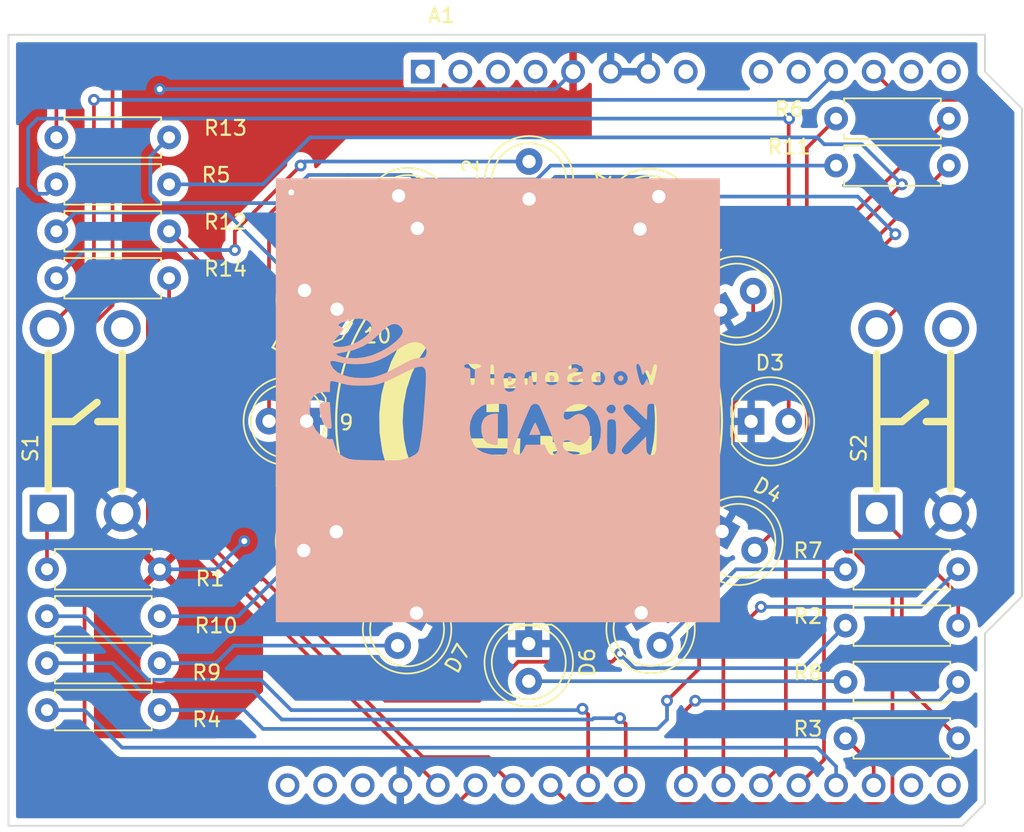
<source format=kicad_pcb>
(kicad_pcb (version 20211014) (generator pcbnew)
  (layers (0 "F.Cu" signal) (31 "B.Cu" signal) (34 "B.Paste" user) (35 "F.Paste" user) (36 "B.SilkS" user "B.Silkscreen") (37 "F.SilkS" user "F.Silkscreen") (38 "B.Mask" user) (39 "F.Mask" user) (44 "Edge.Cuts" user))
  (net 0 "")
  (net 5 "+5V")
  (net 6 "GND")
  (net 10 "A2")
  (net 11 "A3")
  (net 16 "S01")
  (net 17 "S02")
  (net 18 "S03")
  (net 19 "S04")
  (net 20 "S05")
  (net 21 "S06")
  (net 22 "S07")
  (net 23 "S08")
  (net 24 "S09")
  (net 25 "S10")
  (net 26 "S11")
  (net 27 "S12")
  (net 31 "Net-(D1-Pad2)")
  (net 32 "Net-(D2-Pad2)")
  (net 33 "Net-(D3-Pad2)")
  (net 34 "Net-(D4-Pad2)")
  (net 35 "Net-(D5-Pad2)")
  (net 36 "Net-(D6-Pad2)")
  (net 37 "Net-(D7-Pad2)")
  (net 38 "Net-(D8-Pad2)")
  (net 39 "Net-(D9-Pad2)")
  (net 40 "Net-(D10-Pad2)")
  (net 41 "Net-(D11-Pad2)")
  (net 42 "Net-(D12-Pad2)")
  (net 43 "Net-(R1-Pad2)")
  (net 44 "Net-(R2-Pad2)")
  (footprint "Module:Arduino_UNO_R3" (layer "F.Cu") (at 170.815 32.385)
    (fp_text reference "A1" (at 1.27 -3.81 180) (layer "F.SilkS"))
    (fp_text value "Arduino_UNO_R3")
    (fp_line (start 40.5 2.5) (end 40.5 35.5) (layer "Edge.Cuts") (width 0.12))
    (fp_line (start 38 49.5) (end 36.5 51) (layer "Edge.Cuts") (width 0.12))
    (fp_line (start 38 -2.5) (end 38 0) (layer "Edge.Cuts") (width 0.12))
    (fp_line (start -28 51) (end -28 1.5) (layer "Edge.Cuts") (width 0.12))
    (fp_line (start 40.5 35.5) (end 38 38) (layer "Edge.Cuts") (width 0.12))
    (fp_line (start -28 -2.5) (end -28 1.5) (layer "Edge.Cuts") (width 0.12))
    (fp_line (start 36.5 51) (end -28 51) (layer "Edge.Cuts") (width 0.12))
    (fp_line (start 38 38) (end 38 49.5) (layer "Edge.Cuts") (width 0.12))
    (fp_line (start 38 0) (end 40.5 2.5) (layer "Edge.Cuts") (width 0.12))
    (fp_line (start 38 -2.5) (end -28 -2.5) (layer "Edge.Cuts") (width 0.12))
    (pad "1" thru_hole rect (at 0 0 90) (size 1.6 1.6) (drill 1) (layers *.Cu *.Mask))
    (pad "2" thru_hole oval (at 2.54 0 90) (size 1.6 1.6) (drill 1) (layers *.Cu *.Mask))
    (pad "3" thru_hole oval (at 5.08 0 90) (size 1.6 1.6) (drill 1) (layers *.Cu *.Mask))
    (pad "4" thru_hole oval (at 7.62 0 90) (size 1.6 1.6) (drill 1) (layers *.Cu *.Mask))
    (pad "5" thru_hole oval (at 10.16 0 90) (size 1.6 1.6) (drill 1) (layers *.Cu *.Mask) (net 5 "+5V"))
    (pad "6" thru_hole oval (at 12.7 0 90) (size 1.6 1.6) (drill 1) (layers *.Cu *.Mask) (net 6 "GND"))
    (pad "7" thru_hole oval (at 15.24 0 90) (size 1.6 1.6) (drill 1) (layers *.Cu *.Mask) (net 6 "GND"))
    (pad "8" thru_hole oval (at 17.78 0 90) (size 1.6 1.6) (drill 1) (layers *.Cu *.Mask))
    (pad "9" thru_hole oval (at 22.86 0 90) (size 1.6 1.6) (drill 1) (layers *.Cu *.Mask))
    (pad "10" thru_hole oval (at 25.4 0 90) (size 1.6 1.6) (drill 1) (layers *.Cu *.Mask))
    (pad "11" thru_hole oval (at 27.94 0 90) (size 1.6 1.6) (drill 1) (layers *.Cu *.Mask) (net 10 "A2"))
    (pad "12" thru_hole oval (at 30.48 0 90) (size 1.6 1.6) (drill 1) (layers *.Cu *.Mask) (net 11 "A3"))
    (pad "13" thru_hole oval (at 33.02 0 90) (size 1.6 1.6) (drill 1) (layers *.Cu *.Mask))
    (pad "14" thru_hole oval (at 35.56 0 90) (size 1.6 1.6) (drill 1) (layers *.Cu *.Mask))
    (pad "15" thru_hole oval (at 35.56 48.26 90) (size 1.6 1.6) (drill 1) (layers *.Cu *.Mask))
    (pad "16" thru_hole oval (at 33.02 48.26 90) (size 1.6 1.6) (drill 1) (layers *.Cu *.Mask))
    (pad "17" thru_hole oval (at 30.48 48.26 90) (size 1.6 1.6) (drill 1) (layers *.Cu *.Mask) (net 16 "S01"))
    (pad "18" thru_hole oval (at 27.94 48.26 90) (size 1.6 1.6) (drill 1) (layers *.Cu *.Mask) (net 17 "S02"))
    (pad "19" thru_hole oval (at 25.4 48.26 90) (size 1.6 1.6) (drill 1) (layers *.Cu *.Mask) (net 18 "S03"))
    (pad "20" thru_hole oval (at 22.86 48.26 90) (size 1.6 1.6) (drill 1) (layers *.Cu *.Mask) (net 19 "S04"))
    (pad "21" thru_hole oval (at 20.32 48.26 90) (size 1.6 1.6) (drill 1) (layers *.Cu *.Mask) (net 20 "S05"))
    (pad "22" thru_hole oval (at 17.78 48.26 90) (size 1.6 1.6) (drill 1) (layers *.Cu *.Mask) (net 21 "S06"))
    (pad "23" thru_hole oval (at 13.72 48.26 90) (size 1.6 1.6) (drill 1) (layers *.Cu *.Mask) (net 22 "S07"))
    (pad "24" thru_hole oval (at 11.18 48.26 90) (size 1.6 1.6) (drill 1) (layers *.Cu *.Mask) (net 23 "S08"))
    (pad "25" thru_hole oval (at 8.64 48.26 90) (size 1.6 1.6) (drill 1) (layers *.Cu *.Mask) (net 24 "S09"))
    (pad "26" thru_hole oval (at 6.1 48.26 90) (size 1.6 1.6) (drill 1) (layers *.Cu *.Mask) (net 25 "S10"))
    (pad "27" thru_hole oval (at 3.56 48.26 90) (size 1.6 1.6) (drill 1) (layers *.Cu *.Mask) (net 26 "S11"))
    (pad "28" thru_hole oval (at 1.02 48.26 90) (size 1.6 1.6) (drill 1) (layers *.Cu *.Mask) (net 27 "S12"))
    (pad "29" thru_hole oval (at -1.52 48.26 90) (size 1.6 1.6) (drill 1) (layers *.Cu *.Mask) (net 6 "GND"))
    (pad "30" thru_hole oval (at -4.06 48.26 90) (size 1.6 1.6) (drill 1) (layers *.Cu *.Mask))
    (pad "31" thru_hole oval (at -6.6 48.26 90) (size 1.6 1.6) (drill 1) (layers *.Cu *.Mask))
    (pad "32" thru_hole oval (at -9.14 48.26 90) (size 1.6 1.6) (drill 1) (layers *.Cu *.Mask))
  )
  (footprint "Resistor_THT:R_Axial_DIN0207_L6.3mm_D2.5mm_P7.62mm_Horizontal" (layer "F.Cu") (at 153.035 72.39 180)
    (fp_text reference "R9" (at -3.175 -0.635) (layer "F.SilkS"))
    (fp_text value "300")
    (pad "1" thru_hole circle (at 0 0 180) (size 1.6 1.6) (drill 0.8) (layers *.Cu *.Mask) (net 37 "Net-(D7-Pad2)"))
    (pad "2" thru_hole oval (at 7.62 0 180) (size 1.6 1.6) (drill 0.8) (layers *.Cu *.Mask) (net 22 "S07"))
  )
  (footprint "LED_THT:LED_D5.0mm" (layer "F.Cu") (at 165.02 48.45 150)
    (fp_text reference "D10" (at 1.27 -3.96 150) (layer "F.SilkS"))
    (fp_text value "LED" hide)
    (pad "1" thru_hole rect (at 0 0 150) (size 1.8 1.8) (drill 0.9) (layers *.Cu *.Mask) (net 6 "GND"))
    (pad "2" thru_hole circle (at 2.54 0 150) (size 1.8 1.8) (drill 0.9) (layers *.Cu *.Mask) (net 40 "Net-(D10-Pad2)"))
  )
  (footprint "1_lsk:Tact_Switch" (layer "F.Cu") (at 201.5 62.25 90)
    (fp_text reference "S2" (at 4.4 -1.2 90 unlocked) (layer "F.SilkS"))
    (fp_text value "SW_TACT")
    (pad "1" thru_hole rect (at 0 0 90) (size 2.5 2.5) (drill 1.5) (layers *.Cu *.Mask) (net 44 "Net-(R2-Pad2)"))
    (pad "2" thru_hole circle (at 0 5 90) (size 2.5 2.5) (drill 1.5) (layers *.Cu *.Mask) (net 6 "GND"))
    (pad "3" thru_hole circle (at 12.5 0 90) (size 2.5 2.5) (drill 1.5) (layers *.Cu *.Mask) (net 11 "A3"))
    (pad "4" thru_hole circle (at 12.5 5 90) (size 2.5 2.5) (drill 1.5) (layers *.Cu *.Mask))
  )
  (footprint "Resistor_THT:R_Axial_DIN0207_L6.3mm_D2.5mm_P7.62mm_Horizontal" (layer "F.Cu") (at 153.035 75.565 180)
    (fp_text reference "R4" (at -3.175 -0.635) (layer "F.SilkS"))
    (fp_text value "300")
    (pad "1" thru_hole circle (at 0 0 180) (size 1.6 1.6) (drill 0.8) (layers *.Cu *.Mask) (net 32 "Net-(D2-Pad2)"))
    (pad "2" thru_hole oval (at 7.62 0 180) (size 1.6 1.6) (drill 0.8) (layers *.Cu *.Mask) (net 17 "S02"))
  )
  (footprint "Resistor_THT:R_Axial_DIN0207_L6.3mm_D2.5mm_P7.62mm_Horizontal" (layer "F.Cu") (at 199.39 66.04)
    (fp_text reference "R7" (at -2.54 -1.27) (layer "F.SilkS"))
    (fp_text value "300")
    (pad "1" thru_hole circle (at 0 0) (size 1.6 1.6) (drill 0.8) (layers *.Cu *.Mask) (net 35 "Net-(D5-Pad2)"))
    (pad "2" thru_hole oval (at 7.62 0) (size 1.6 1.6) (drill 0.8) (layers *.Cu *.Mask) (net 20 "S05"))
  )
  (footprint "Resistor_THT:R_Axial_DIN0207_L6.3mm_D2.5mm_P7.62mm_Horizontal" (layer "F.Cu") (at 198.755 38.735)
    (fp_text reference "R11" (at -3.175 -1.27) (layer "F.SilkS"))
    (fp_text value "300")
    (pad "1" thru_hole circle (at 0 0) (size 1.6 1.6) (drill 0.8) (layers *.Cu *.Mask) (net 39 "Net-(D9-Pad2)"))
    (pad "2" thru_hole oval (at 7.62 0) (size 1.6 1.6) (drill 0.8) (layers *.Cu *.Mask) (net 24 "S09"))
  )
  (footprint "LED_THT:LED_D5.0mm" (layer "F.Cu") (at 178 41 90)
    (fp_text reference "D12" (at 1.27 -3.96 90) (layer "F.SilkS"))
    (fp_text value "LED" hide)
    (pad "1" thru_hole rect (at 0 0 90) (size 1.8 1.8) (drill 0.9) (layers *.Cu *.Mask) (net 6 "GND"))
    (pad "2" thru_hole circle (at 2.54 0 90) (size 1.8 1.8) (drill 0.9) (layers *.Cu *.Mask) (net 42 "Net-(D12-Pad2)"))
  )
  (footprint "Resistor_THT:R_Axial_DIN0207_L6.3mm_D2.5mm_P7.62mm_Horizontal" (layer "F.Cu") (at 153.035 66.04 180)
    (fp_text reference "R1" (at -3.4 -0.635) (layer "F.SilkS"))
    (fp_text value "10k")
    (pad "1" thru_hole circle (at 0 0 180) (size 1.6 1.6) (drill 0.8) (layers *.Cu *.Mask) (net 5 "+5V"))
    (pad "2" thru_hole oval (at 7.62 0 180) (size 1.6 1.6) (drill 0.8) (layers *.Cu *.Mask) (net 43 "Net-(R1-Pad2)"))
  )
  (footprint "1_lsk:Tact_Switch" (layer "F.Cu") (at 145.5 62.25 90)
    (fp_text reference "S1" (at 4.4 -1.2 90 unlocked) (layer "F.SilkS"))
    (fp_text value "SW_TACT")
    (pad "1" thru_hole rect (at 0 0 90) (size 2.5 2.5) (drill 1.5) (layers *.Cu *.Mask) (net 43 "Net-(R1-Pad2)"))
    (pad "2" thru_hole circle (at 0 5 90) (size 2.5 2.5) (drill 1.5) (layers *.Cu *.Mask) (net 6 "GND"))
    (pad "3" thru_hole circle (at 12.5 0 90) (size 2.5 2.5) (drill 1.5) (layers *.Cu *.Mask) (net 10 "A2"))
    (pad "4" thru_hole circle (at 12.5 5 90) (size 2.5 2.5) (drill 1.5) (layers *.Cu *.Mask))
  )
  (footprint "LED_THT:LED_D5.0mm" (layer "F.Cu") (at 191.05 63.48 -30)
    (fp_text reference "D4" (at 1.27 -3.96 150) (layer "F.SilkS"))
    (fp_text value "LED" hide)
    (pad "1" thru_hole rect (at 0 0 330) (size 1.8 1.8) (drill 0.9) (layers *.Cu *.Mask) (net 6 "GND"))
    (pad "2" thru_hole circle (at 2.54 0 330) (size 1.8 1.8) (drill 0.9) (layers *.Cu *.Mask) (net 34 "Net-(D4-Pad2)"))
  )
  (footprint "LED_THT:LED_D5.0mm" (layer "F.Cu") (at 170.39 69 -120)
    (fp_text reference "D7" (at 1.27 -3.96 60) (layer "F.SilkS"))
    (fp_text value "LED" hide)
    (pad "1" thru_hole rect (at 0 0 240) (size 1.8 1.8) (drill 0.9) (layers *.Cu *.Mask) (net 6 "GND"))
    (pad "2" thru_hole circle (at 2.54 0 240) (size 1.8 1.8) (drill 0.9) (layers *.Cu *.Mask) (net 37 "Net-(D7-Pad2)"))
  )
  (footprint "Resistor_THT:R_Axial_DIN0207_L6.3mm_D2.5mm_P7.62mm_Horizontal" (layer "F.Cu") (at 153.035 69.215 180)
    (fp_text reference "R10" (at -3.81 -0.635) (layer "F.SilkS"))
    (fp_text value "300")
    (pad "1" thru_hole circle (at 0 0 180) (size 1.6 1.6) (drill 0.8) (layers *.Cu *.Mask) (net 38 "Net-(D8-Pad2)"))
    (pad "2" thru_hole oval (at 7.62 0 180) (size 1.6 1.6) (drill 0.8) (layers *.Cu *.Mask) (net 23 "S08"))
  )
  (footprint "LED_THT:LED_D5.0mm" (layer "F.Cu") (at 164.97 63.5 -150)
    (fp_text reference "D8" (at 1.27 -3.96 30) (layer "F.SilkS"))
    (fp_text value "LED" hide)
    (pad "1" thru_hole rect (at 0 0 210) (size 1.8 1.8) (drill 0.9) (layers *.Cu *.Mask) (net 6 "GND"))
    (pad "2" thru_hole circle (at 2.54 0 210) (size 1.8 1.8) (drill 0.9) (layers *.Cu *.Mask) (net 38 "Net-(D8-Pad2)"))
  )
  (footprint "LED_THT:LED_D5.0mm" (layer "F.Cu") (at 185.5 43.03 60)
    (fp_text reference "D1" (at 1.27 -3.96 60) (layer "F.SilkS"))
    (fp_text value "LED" hide)
    (pad "1" thru_hole rect (at 0 0 60) (size 1.8 1.8) (drill 0.9) (layers *.Cu *.Mask) (net 6 "GND"))
    (pad "2" thru_hole circle (at 2.54 0 60) (size 1.8 1.8) (drill 0.9) (layers *.Cu *.Mask) (net 31 "Net-(D1-Pad2)"))
  )
  (footprint "Resistor_THT:R_Axial_DIN0207_L6.3mm_D2.5mm_P7.62mm_Horizontal" (layer "F.Cu") (at 146.05 40.005)
    (fp_text reference "R5" (at 10.795 -0.635) (layer "F.SilkS"))
    (fp_text value "300")
    (pad "1" thru_hole circle (at 0 0) (size 1.6 1.6) (drill 0.8) (layers *.Cu *.Mask) (net 33 "Net-(D3-Pad2)"))
    (pad "2" thru_hole oval (at 7.62 0) (size 1.6 1.6) (drill 0.8) (layers *.Cu *.Mask) (net 18 "S03"))
  )
  (footprint "1_lsk:woosong_log_25" (layer "F.Cu") (at 178 56)
    (fp_text reference "G***" hide)
    (fp_text value "LOGO" hide)
  )
  (footprint "Resistor_THT:R_Axial_DIN0207_L6.3mm_D2.5mm_P7.62mm_Horizontal" (layer "F.Cu") (at 146.05 43.18)
    (fp_text reference "R12" (at 11.43 -0.635) (layer "F.SilkS"))
    (fp_text value "300")
    (pad "1" thru_hole circle (at 0 0) (size 1.6 1.6) (drill 0.8) (layers *.Cu *.Mask) (net 40 "Net-(D10-Pad2)"))
    (pad "2" thru_hole oval (at 7.62 0) (size 1.6 1.6) (drill 0.8) (layers *.Cu *.Mask) (net 25 "S10"))
  )
  (footprint "LED_THT:LED_D5.0mm" (layer "F.Cu") (at 190.95 48.5 30)
    (fp_text reference "D2" (at 1.27 -3.96 30) (layer "F.SilkS"))
    (fp_text value "LED" hide)
    (pad "1" thru_hole rect (at 0 0 30) (size 1.8 1.8) (drill 0.9) (layers *.Cu *.Mask) (net 6 "GND"))
    (pad "2" thru_hole circle (at 2.54 0 30) (size 1.8 1.8) (drill 0.9) (layers *.Cu *.Mask) (net 32 "Net-(D2-Pad2)"))
  )
  (footprint "Resistor_THT:R_Axial_DIN0207_L6.3mm_D2.5mm_P7.62mm_Horizontal" (layer "F.Cu") (at 198.755 35.56)
    (fp_text reference "R6" (at -3.175 -0.635) (layer "F.SilkS"))
    (fp_text value "300")
    (pad "1" thru_hole circle (at 0 0) (size 1.6 1.6) (drill 0.8) (layers *.Cu *.Mask) (net 34 "Net-(D4-Pad2)"))
    (pad "2" thru_hole oval (at 7.62 0) (size 1.6 1.6) (drill 0.8) (layers *.Cu *.Mask) (net 19 "S04"))
  )
  (footprint "LED_THT:LED_D5.0mm" (layer "F.Cu") (at 177.98 71.07 -90)
    (fp_text reference "D6" (at 1.27 -3.96 90) (layer "F.SilkS"))
    (fp_text value "LED" hide)
    (pad "1" thru_hole rect (at 0 0 270) (size 1.8 1.8) (drill 0.9) (layers *.Cu *.Mask) (net 6 "GND"))
    (pad "2" thru_hole circle (at 2.54 0 270) (size 1.8 1.8) (drill 0.9) (layers *.Cu *.Mask) (net 36 "Net-(D6-Pad2)"))
  )
  (footprint "Resistor_THT:R_Axial_DIN0207_L6.3mm_D2.5mm_P7.62mm_Horizontal" (layer "F.Cu") (at 153.67 36.83 180)
    (fp_text reference "R13" (at -3.81 0.635) (layer "F.SilkS"))
    (fp_text value "300")
    (pad "1" thru_hole circle (at 0 0 180) (size 1.6 1.6) (drill 0.8) (layers *.Cu *.Mask) (net 41 "Net-(D11-Pad2)"))
    (pad "2" thru_hole oval (at 7.62 0 180) (size 1.6 1.6) (drill 0.8) (layers *.Cu *.Mask) (net 26 "S11"))
  )
  (footprint "LED_THT:LED_D5.0mm" (layer "F.Cu") (at 162.965 56.02 180)
    (fp_text reference "D9" (at 1.27 -3.96) (layer "F.SilkS"))
    (fp_text value "LED" hide)
    (pad "1" thru_hole rect (at 0 0 180) (size 1.8 1.8) (drill 0.9) (layers *.Cu *.Mask) (net 6 "GND"))
    (pad "2" thru_hole circle (at 2.54 0 180) (size 1.8 1.8) (drill 0.9) (layers *.Cu *.Mask) (net 39 "Net-(D9-Pad2)"))
  )
  (footprint "Resistor_THT:R_Axial_DIN0207_L6.3mm_D2.5mm_P7.62mm_Horizontal" (layer "F.Cu") (at 146.05 46.355)
    (fp_text reference "R14" (at 11.43 -0.635) (layer "F.SilkS"))
    (fp_text value "300")
    (pad "1" thru_hole circle (at 0 0) (size 1.6 1.6) (drill 0.8) (layers *.Cu *.Mask) (net 42 "Net-(D12-Pad2)"))
    (pad "2" thru_hole oval (at 7.62 0) (size 1.6 1.6) (drill 0.8) (layers *.Cu *.Mask) (net 27 "S12"))
  )
  (footprint "LED_THT:LED_D5.0mm" (layer "F.Cu") (at 185.58 68.98 -60)
    (fp_text reference "D5" (at 1.27 -3.96 120) (layer "F.SilkS"))
    (fp_text value "LED" hide)
    (pad "1" thru_hole rect (at 0 0 300) (size 1.8 1.8) (drill 0.9) (layers *.Cu *.Mask) (net 6 "GND"))
    (pad "2" thru_hole circle (at 2.54 0 300) (size 1.8 1.8) (drill 0.9) (layers *.Cu *.Mask) (net 35 "Net-(D5-Pad2)"))
  )
  (footprint "Resistor_THT:R_Axial_DIN0207_L6.3mm_D2.5mm_P7.62mm_Horizontal" (layer "F.Cu") (at 207.01 77.47 180)
    (fp_text reference "R3" (at 10.16 0.635) (layer "F.SilkS"))
    (fp_text value "300")
    (pad "1" thru_hole circle (at 0 0 180) (size 1.6 1.6) (drill 0.8) (layers *.Cu *.Mask) (net 31 "Net-(D1-Pad2)"))
    (pad "2" thru_hole oval (at 7.62 0 180) (size 1.6 1.6) (drill 0.8) (layers *.Cu *.Mask) (net 16 "S01"))
  )
  (footprint "Resistor_THT:R_Axial_DIN0207_L6.3mm_D2.5mm_P7.62mm_Horizontal" (layer "F.Cu") (at 199.39 69.85)
    (fp_text reference "R2" (at -2.54 -0.635) (layer "F.SilkS"))
    (fp_text value "10k")
    (pad "1" thru_hole circle (at 0 0) (size 1.6 1.6) (drill 0.8) (layers *.Cu *.Mask) (net 5 "+5V"))
    (pad "2" thru_hole oval (at 7.62 0) (size 1.6 1.6) (drill 0.8) (layers *.Cu *.Mask) (net 44 "Net-(R2-Pad2)"))
  )
  (footprint "Resistor_THT:R_Axial_DIN0207_L6.3mm_D2.5mm_P7.62mm_Horizontal" (layer "F.Cu") (at 199.39 73.66)
    (fp_text reference "R8" (at -2.54 -0.635) (layer "F.SilkS"))
    (fp_text value "300")
    (pad "1" thru_hole circle (at 0 0) (size 1.6 1.6) (drill 0.8) (layers *.Cu *.Mask) (net 36 "Net-(D6-Pad2)"))
    (pad "2" thru_hole oval (at 7.62 0) (size 1.6 1.6) (drill 0.8) (layers *.Cu *.Mask) (net 21 "S06"))
  )
  (footprint "LED_THT:LED_D5.0mm" (layer "F.Cu") (at 170.45 42.98 120)
    (fp_text reference "D11" (at 1.27 -3.96 120) (layer "F.SilkS"))
    (fp_text value "LED" hide)
    (pad "1" thru_hole rect (at 0 0 120) (size 1.8 1.8) (drill 0.9) (layers *.Cu *.Mask) (net 6 "GND"))
    (pad "2" thru_hole circle (at 2.54 0 120) (size 1.8 1.8) (drill 0.9) (layers *.Cu *.Mask) (net 41 "Net-(D11-Pad2)"))
  )
  (footprint "LED_THT:LED_D5.0mm" (layer "F.Cu") (at 193.01 56.04)
    (fp_text reference "D3" (at 1.27 -3.96) (layer "F.SilkS"))
    (fp_text value "LED" hide)
    (pad "1" thru_hole rect (at 0 0) (size 1.8 1.8) (drill 0.9) (layers *.Cu *.Mask) (net 6 "GND"))
    (pad "2" thru_hole circle (at 2.54 0) (size 1.8 1.8) (drill 0.9) (layers *.Cu *.Mask) (net 33 "Net-(D3-Pad2)"))
  )
  (footprint "1_lsk:woosongit_logo_30" (layer "B.Cu") (at 175.895 54.61 180)
    (fp_text reference "G***" hide)
    (fp_text value "LOGO" hide)
  )
  (gr_circle (center 178 56) (end 179 43) (layer "F.SilkS") (width 0.15) (fill none))
  (gr_text "1" (at 183.89 45.74) (layer "F.SilkS") (effects (font (size 1 1))))
  (gr_text "6" (at 178.12 68.21) (layer "F.SilkS") (effects (font (size 1 1))))
  (gr_text "8" (at 167.3 62.28) (layer "F.SilkS") (effects (font (size 1 1))))
  (gr_text "9" (at 165.65 56.12) (layer "F.SilkS") (effects (font (size 1 1))))
  (gr_text "10" (at 167.74 50.24) (layer "F.SilkS") (effects (font (size 1 1))))
  (gr_text "11" (at 171.92 45.85) (layer "F.SilkS") (effects (font (size 1 1))))
  (gr_text "7" (at 172.03 66.67) (layer "F.SilkS") (effects (font (size 1 1))))
  (gr_text "5" (at 184 66.51) (layer "F.SilkS") (effects (font (size 1 1))))
  (gr_text "12" (at 178.07 44.2) (layer "F.SilkS") (effects (font (size 1 1))))
  (gr_text "4" (at 188.51 62) (layer "F.SilkS") (effects (font (size 1 1))))
  (gr_text "2" (at 188.24 50.08) (layer "F.SilkS") (effects (font (size 1 1))))
  (gr_text "3" (at 190.16 56.07) (layer "F.SilkS") (effects (font (size 1 1))))
  (segment (start 168.276396 74.93) (end 158.75 65.403604) (width 0.25) (layer "F.Cu") (net 5))
  (segment (start 183.61 72.295) (end 177.26 72.295) (width 0.25) (layer "F.Cu") (net 5))
  (segment (start 152.235001 34.454999) (end 153.035 33.655) (width 0.25) (layer "F.Cu") (net 5))
  (segment (start 152.235001 65.240001) (end 152.235001 34.454999) (width 0.25) (layer "F.Cu") (net 5))
  (segment (start 153.035 66.04) (end 152.235001 65.240001) (width 0.25) (layer "F.Cu") (net 5))
  (segment (start 174.625 74.93) (end 168.276396 74.93) (width 0.25) (layer "F.Cu") (net 5))
  (segment (start 177.26 72.295) (end 174.625 74.93) (width 0.25) (layer "F.Cu") (net 5))
  (segment (start 153.035 33.655) (end 153.035 33.5655) (width 0.25) (layer "F.Cu") (net 5))
  (segment (start 184.15 71.755) (end 183.61 72.295) (width 0.25) (layer "F.Cu") (net 5))
  (segment (start 158.75 65.403604) (end 158.75 64.135) (width 0.25) (layer "F.Cu") (net 5))
  (via (at 153.035 33.5655) (size 0.8) (drill 0.4) (layers "F.Cu" "B.Cu") (net 5))
  (via (at 184.15 71.755) (size 0.8) (drill 0.4) (layers "F.Cu" "B.Cu") (net 5))
  (via (at 158.75 64.135) (size 0.8) (drill 0.4) (layers "F.Cu" "B.Cu") (net 5))
  (segment (start 199.39 69.85) (end 196.515273 72.724727) (width 0.25) (layer "B.Cu") (net 5))
  (segment (start 158.75 64.135) (end 156.845 66.04) (width 0.25) (layer "B.Cu") (net 5))
  (segment (start 179.7945 33.5655) (end 180.975 32.385) (width 0.25) (layer "B.Cu") (net 5))
  (segment (start 153.035 33.5655) (end 179.7945 33.5655) (width 0.25) (layer "B.Cu") (net 5))
  (segment (start 156.845 66.04) (end 153.035 66.04) (width 0.25) (layer "B.Cu") (net 5))
  (segment (start 196.515273 72.724727) (end 185.119727 72.724727) (width 0.25) (layer "B.Cu") (net 5))
  (segment (start 185.119727 72.724727) (end 184.15 71.755) (width 0.25) (layer "B.Cu") (net 5))
  (segment (start 148.59 34.29) (end 148.59 46.66) (width 0.25) (layer "F.Cu") (net 10))
  (segment (start 148.59 46.66) (end 145.5 49.75) (width 0.25) (layer "F.Cu") (net 10))
  (via (at 148.59 34.29) (size 0.8) (drill 0.4) (layers "F.Cu" "B.Cu") (net 10))
  (segment (start 198.755 32.385) (end 196.85 34.29) (width 0.25) (layer "B.Cu") (net 10))
  (segment (start 196.85 34.29) (end 148.59 34.29) (width 0.25) (layer "B.Cu") (net 10))
  (segment (start 207.645 34.29) (end 208.28 34.925) (width 0.25) (layer "F.Cu") (net 11))
  (segment (start 208.28 42.97) (end 201.5 49.75) (width 0.25) (layer "F.Cu") (net 11))
  (segment (start 203.2 34.29) (end 207.645 34.29) (width 0.25) (layer "F.Cu") (net 11))
  (segment (start 201.295 32.385) (end 203.2 34.29) (width 0.25) (layer "F.Cu") (net 11))
  (segment (start 208.28 34.925) (end 208.28 42.97) (width 0.25) (layer "F.Cu") (net 11))
  (segment (start 201.295 80.645) (end 201.295 79.375) (width 0.25) (layer "F.Cu") (net 16))
  (segment (start 201.295 79.375) (end 199.39 77.47) (width 0.25) (layer "F.Cu") (net 16))
  (segment (start 197.485 78.105) (end 198.755 79.375) (width 0.25) (layer "B.Cu") (net 17))
  (segment (start 147.955 75.565) (end 150.495 78.105) (width 0.25) (layer "B.Cu") (net 17))
  (segment (start 198.755 79.375) (end 198.755 80.645) (width 0.25) (layer "B.Cu") (net 17))
  (segment (start 150.495 78.105) (end 197.485 78.105) (width 0.25) (layer "B.Cu") (net 17))
  (segment (start 145.415 75.565) (end 147.955 75.565) (width 0.25) (layer "B.Cu") (net 17))
  (segment (start 196.215 80.645) (end 197.936399 78.923601) (width 0.25) (layer "F.Cu") (net 18))
  (segment (start 197.936399 78.923601) (end 197.936399 45.268601) (width 0.25) (layer "F.Cu") (net 18))
  (segment (start 197.936399 45.268601) (end 203.2 40.005) (width 0.25) (layer "F.Cu") (net 18))
  (via (at 203.2 40.005) (size 0.8) (drill 0.4) (layers "F.Cu" "B.Cu") (net 18))
  (segment (start 160.02 40.005) (end 153.67 40.005) (width 0.25) (layer "B.Cu") (net 18))
  (segment (start 197.948199 37.293199) (end 197.485 36.83) (width 0.25) (layer "B.Cu") (net 18))
  (segment (start 197.485 36.83) (end 163.195 36.83) (width 0.25) (layer "B.Cu") (net 18))
  (segment (start 203.2 40.005) (end 200.488199 37.293199) (width 0.25) (layer "B.Cu") (net 18))
  (segment (start 200.488199 37.293199) (end 197.948199 37.293199) (width 0.25) (layer "B.Cu") (net 18))
  (segment (start 163.195 36.83) (end 160.02 40.005) (width 0.25) (layer "B.Cu") (net 18))
  (segment (start 195.35805 63.278051) (end 195.35805 78.96195) (width 0.25) (layer "F.Cu") (net 19))
  (segment (start 206.375 35.56) (end 197.225 44.71) (width 0.25) (layer "F.Cu") (net 19))
  (segment (start 197.225 61.411101) (end 195.35805 63.278051) (width 0.25) (layer "F.Cu") (net 19))
  (segment (start 195.35805 78.96195) (end 193.675 80.645) (width 0.25) (layer "F.Cu") (net 19))
  (segment (start 197.225 44.71) (end 197.225 61.411101) (width 0.25) (layer "F.Cu") (net 19))
  (segment (start 193.675 68.58) (end 191.135 71.12) (width 0.25) (layer "F.Cu") (net 20))
  (segment (start 191.135 71.12) (end 191.135 80.645) (width 0.25) (layer "F.Cu") (net 20))
  (via (at 193.675 68.58) (size 0.8) (drill 0.4) (layers "F.Cu" "B.Cu") (net 20))
  (segment (start 204.47 68.58) (end 193.675 68.58) (width 0.25) (layer "B.Cu") (net 20))
  (segment (start 207.01 66.04) (end 204.47 68.58) (width 0.25) (layer "B.Cu") (net 20))
  (segment (start 188.595 75.565) (end 188.595 80.645) (width 0.25) (layer "F.Cu") (net 21))
  (segment (start 189.23 74.93) (end 188.595 75.565) (width 0.25) (layer "F.Cu") (net 21))
  (via (at 189.23 74.93) (size 0.8) (drill 0.4) (layers "F.Cu" "B.Cu") (net 21))
  (segment (start 207.01 73.66) (end 205.74 74.93) (width 0.25) (layer "B.Cu") (net 21))
  (segment (start 205.74 74.93) (end 189.23 74.93) (width 0.25) (layer "B.Cu") (net 21))
  (segment (start 184.15 76.1105) (end 184.535 76.4955) (width 0.25) (layer "F.Cu") (net 22))
  (segment (start 184.535 76.4955) (end 184.535 80.645) (width 0.25) (layer "F.Cu") (net 22))
  (via (at 184.15 76.1105) (size 0.8) (drill 0.4) (layers "F.Cu" "B.Cu") (net 22))
  (segment (start 149.86 72.39) (end 145.415 72.39) (width 0.25) (layer "B.Cu") (net 22))
  (segment (start 184.15 76.1105) (end 182.365805 76.1105) (width 0.25) (layer "B.Cu") (net 22))
  (segment (start 161.29 76.2) (end 159.385 74.295) (width 0.25) (layer "B.Cu") (net 22))
  (segment (start 159.385 74.295) (end 151.765 74.295) (width 0.25) (layer "B.Cu") (net 22))
  (segment (start 151.765 74.295) (end 149.86 72.39) (width 0.25) (layer "B.Cu") (net 22))
  (segment (start 182.365805 76.1105) (end 182.276305 76.2) (width 0.25) (layer "B.Cu") (net 22))
  (segment (start 182.276305 76.2) (end 161.29 76.2) (width 0.25) (layer "B.Cu") (net 22))
  (segment (start 181.61 75.4755) (end 181.995 75.8605) (width 0.25) (layer "F.Cu") (net 23))
  (segment (start 181.995 75.8605) (end 181.995 80.645) (width 0.25) (layer "F.Cu") (net 23))
  (via (at 181.61 75.4755) (size 0.8) (drill 0.4) (layers "F.Cu" "B.Cu") (net 23))
  (segment (start 181.5205 75.565) (end 161.925 75.565) (width 0.25) (layer "B.Cu") (net 23))
  (segment (start 181.61 75.4755) (end 181.5205 75.565) (width 0.25) (layer "B.Cu") (net 23))
  (segment (start 152.255 73.515) (end 147.955 69.215) (width 0.25) (layer "B.Cu") (net 23))
  (segment (start 161.925 75.565) (end 159.875 73.515) (width 0.25) (layer "B.Cu") (net 23))
  (segment (start 159.875 73.515) (end 152.255 73.515) (width 0.25) (layer "B.Cu") (net 23))
  (segment (start 147.955 69.215) (end 145.415 69.215) (width 0.25) (layer "B.Cu") (net 23))
  (segment (start 199.465991 64.845991) (end 199.925 64.845991) (width 0.25) (layer "F.Cu") (net 24))
  (segment (start 206.375 38.735) (end 198.386399 46.723601) (width 0.25) (layer "F.Cu") (net 24))
  (segment (start 198.755 64.135) (end 199.465991 64.845991) (width 0.25) (layer "F.Cu") (net 24))
  (segment (start 180.725 81.915) (end 179.455 80.645) (width 0.25) (layer "F.Cu") (net 24))
  (segment (start 198.755 55.88) (end 198.755 64.135) (width 0.25) (layer "F.Cu") (net 24))
  (segment (start 202.565 67.485991) (end 202.565 81.915) (width 0.25) (layer "F.Cu") (net 24))
  (segment (start 199.925 64.845991) (end 202.565 67.485991) (width 0.25) (layer "F.Cu") (net 24))
  (segment (start 198.386399 55.511399) (end 198.755 55.88) (width 0.25) (layer "F.Cu") (net 24))
  (segment (start 202.565 81.915) (end 180.725 81.915) (width 0.25) (layer "F.Cu") (net 24))
  (segment (start 198.386399 46.723601) (end 198.386399 55.511399) (width 0.25) (layer "F.Cu") (net 24))
  (segment (start 156.21 45.72) (end 156.21 64.135) (width 0.25) (layer "F.Cu") (net 25))
  (segment (start 175.895 79.625) (end 176.915 80.645) (width 0.25) (layer "F.Cu") (net 25))
  (segment (start 170.815 78.74) (end 175.26 78.74) (width 0.25) (layer "F.Cu") (net 25))
  (segment (start 153.67 43.18) (end 156.21 45.72) (width 0.25) (layer "F.Cu") (net 25))
  (segment (start 156.21 64.135) (end 170.815 78.74) (width 0.25) (layer "F.Cu") (net 25))
  (segment (start 175.895 79.375) (end 175.895 79.625) (width 0.25) (layer "F.Cu") (net 25))
  (segment (start 175.26 78.74) (end 175.895 79.375) (width 0.25) (layer "F.Cu") (net 25))
  (segment (start 149.847613 33.007613) (end 149.847613 48.175) (width 0.25) (layer "F.Cu") (net 26))
  (segment (start 146.685 32.385) (end 149.225 32.385) (width 0.25) (layer "F.Cu") (net 26))
  (segment (start 172.47 82.55) (end 174.375 80.645) (width 0.25) (layer "F.Cu") (net 26))
  (segment (start 146.05 33.02) (end 146.685 32.385) (width 0.25) (layer "F.Cu") (net 26))
  (segment (start 147.955 50.067613) (end 147.955 78.74) (width 0.25) (layer "F.Cu") (net 26))
  (segment (start 151.765 82.55) (end 172.47 82.55) (width 0.25) (layer "F.Cu") (net 26))
  (segment (start 149.847613 48.175) (end 147.955 50.067613) (width 0.25) (layer "F.Cu") (net 26))
  (segment (start 149.225 32.385) (end 149.847613 33.007613) (width 0.25) (layer "F.Cu") (net 26))
  (segment (start 147.955 78.74) (end 151.765 82.55) (width 0.25) (layer "F.Cu") (net 26))
  (segment (start 146.05 36.83) (end 146.05 33.02) (width 0.25) (layer "F.Cu") (net 26))
  (segment (start 171.835 80.645) (end 154.305 63.115) (width 0.25) (layer "F.Cu") (net 27))
  (segment (start 154.305 63.115) (end 154.305 62.865) (width 0.25) (layer "F.Cu") (net 27))
  (segment (start 153.67 62.23) (end 153.67 46.355) (width 0.25) (layer "F.Cu") (net 27))
  (segment (start 154.305 62.865) (end 153.67 62.23) (width 0.25) (layer "F.Cu") (net 27))
  (segment (start 207.01 77.47) (end 203.2 73.66) (width 0.25) (layer "F.Cu") (net 31))
  (segment (start 199.39 59.055) (end 199.39 46.7446) (width 0.25) (layer "F.Cu") (net 31))
  (segment (start 203.2 67.31) (end 199.39 63.5) (width 0.25) (layer "F.Cu") (net 31))
  (segment (start 203.2 73.66) (end 203.2 67.31) (width 0.25) (layer "F.Cu") (net 31))
  (segment (start 199.39 63.5) (end 199.39 59.055) (width 0.25) (layer "F.Cu") (net 31))
  (segment (start 199.39 46.7446) (end 202.7598 43.3748) (width 0.25) (layer "F.Cu") (net 31))
  (via (at 202.7598 43.3748) (size 0.8) (drill 0.4) (layers "F.Cu" "B.Cu") (net 31))
  (segment (start 202.7598 43.3748) (end 200.215295 40.830295) (width 0.25) (layer "B.Cu") (net 31))
  (segment (start 200.215295 40.830295) (end 186.77 40.830295) (width 0.25) (layer "B.Cu") (net 31))
  (segment (start 191.77 54.83) (end 191.77 60.741534) (width 0.25) (layer "F.Cu") (net 32))
  (segment (start 189.495577 72.759423) (end 187.325 74.93) (width 0.25) (layer "F.Cu") (net 32))
  (segment (start 191.77 60.741534) (end 189.495577 63.015957) (width 0.25) (layer "F.Cu") (net 32))
  (segment (start 193.149705 47.23) (end 193.149705 53.450295) (width 0.25) (layer "F.Cu") (net 32))
  (segment (start 189.495577 63.015957) (end 189.495577 72.759423) (width 0.25) (layer "F.Cu") (net 32))
  (segment (start 193.149705 53.450295) (end 191.77 54.83) (width 0.25) (layer "F.Cu") (net 32))
  (via (at 187.325 74.93) (size 0.8) (drill 0.4) (layers "F.Cu" "B.Cu") (net 32))
  (segment (start 186.69 76.835) (end 187.325 76.2) (width 0.25) (layer "B.Cu") (net 32))
  (segment (start 153.035 75.565) (end 158.75 75.565) (width 0.25) (layer "B.Cu") (net 32))
  (segment (start 187.325 76.2) (end 187.325 75.565) (width 0.25) (layer "B.Cu") (net 32))
  (segment (start 160.02 76.835) (end 186.69 76.835) (width 0.25) (layer "B.Cu") (net 32))
  (segment (start 187.325 75.565) (end 187.325 74.93) (width 0.25) (layer "B.Cu") (net 32))
  (segment (start 158.75 75.565) (end 160.02 76.835) (width 0.25) (layer "B.Cu") (net 32))
  (segment (start 195.55 35.59) (end 195.58 35.56) (width 0.25) (layer "F.Cu") (net 33))
  (segment (start 195.55 56.04) (end 195.55 35.59) (width 0.25) (layer "F.Cu") (net 33))
  (via (at 195.58 35.56) (size 0.8) (drill 0.4) (layers "F.Cu" "B.Cu") (net 33))
  (segment (start 145.415 40.64) (end 146.05 40.005) (width 0.25) (layer "B.Cu") (net 33))
  (segment (start 195.58 35.56) (end 144.78 35.56) (width 0.25) (layer "B.Cu") (net 33))
  (segment (start 144.145 40.005) (end 144.78 40.64) (width 0.25) (layer "B.Cu") (net 33))
  (segment (start 144.145 36.195) (end 144.145 40.005) (width 0.25) (layer "B.Cu") (net 33))
  (segment (start 144.78 35.56) (end 144.145 36.195) (width 0.25) (layer "B.Cu") (net 33))
  (segment (start 144.78 40.64) (end 145.415 40.64) (width 0.25) (layer "B.Cu") (net 33))
  (segment (start 198.755 35.56) (end 196.775 37.54) (width 0.25) (layer "F.Cu") (net 34))
  (segment (start 196.775 37.54) (end 196.775 61.224705) (width 0.25) (layer "F.Cu") (net 34))
  (segment (start 196.775 61.224705) (end 193.249705 64.75) (width 0.25) (layer "F.Cu") (net 34))
  (segment (start 191.989705 66.04) (end 186.85 71.179705) (width 0.25) (layer "B.Cu") (net 35))
  (segment (start 199.39 66.04) (end 191.989705 66.04) (width 0.25) (layer "B.Cu") (net 35))
  (segment (start 177.98 73.61) (end 199.34 73.61) (width 0.25) (layer "B.Cu") (net 36))
  (segment (start 199.34 73.61) (end 199.39 73.66) (width 0.25) (layer "B.Cu") (net 36))
  (segment (start 156.845 72.39) (end 153.035 72.39) (width 0.25) (layer "B.Cu") (net 37))
  (segment (start 169.12 71.199705) (end 158.035295 71.199705) (width 0.25) (layer "B.Cu") (net 37))
  (segment (start 158.035295 71.199705) (end 156.845 72.39) (width 0.25) (layer "B.Cu") (net 37))
  (segment (start 162.770295 64.77) (end 158.325295 69.215) (width 0.25) (layer "B.Cu") (net 38))
  (segment (start 158.325295 69.215) (end 153.035 69.215) (width 0.25) (layer "B.Cu") (net 38))
  (segment (start 160.425 42.0505) (end 160.425 56.02) (width 0.25) (layer "F.Cu") (net 39))
  (segment (start 161.925 40.5505) (end 160.425 42.0505) (width 0.25) (layer "F.Cu") (net 39))
  (via (at 161.925 40.5505) (size 0.8) (drill 0.4) (layers "F.Cu" "B.Cu") (net 39))
  (segment (start 178.507412 39.685) (end 170.32 39.685) (width 0.25) (layer "B.Cu") (net 39))
  (segment (start 198.755 38.735) (end 179.457412 38.735) (width 0.25) (layer "B.Cu") (net 39))
  (segment (start 163.1055 39.37) (end 161.925 40.5505) (width 0.25) (layer "B.Cu") (net 39))
  (segment (start 170.32 39.685) (end 170.005 39.37) (width 0.25) (layer "B.Cu") (net 39))
  (segment (start 170.005 39.37) (end 165.735 39.37) (width 0.25) (layer "B.Cu") (net 39))
  (segment (start 179.457412 38.735) (end 178.507412 39.685) (width 0.25) (layer "B.Cu") (net 39))
  (segment (start 165.735 39.37) (end 163.1055 39.37) (width 0.25) (layer "B.Cu") (net 39))
  (segment (start 162.820295 47.18) (end 157.550295 41.91) (width 0.25) (layer "B.Cu") (net 40))
  (segment (start 157.550295 41.91) (end 147.32 41.91) (width 0.25) (layer "B.Cu") (net 40))
  (segment (start 147.32 41.91) (end 146.05 43.18) (width 0.25) (layer "B.Cu") (net 40))
  (segment (start 152.4 38.1) (end 152.4 40.64) (width 0.25) (layer "B.Cu") (net 41))
  (segment (start 153.035 41.275) (end 152.4 40.64) (width 0.25) (layer "B.Cu") (net 41))
  (segment (start 169.18 40.780295) (end 168.685295 41.275) (width 0.25) (layer "B.Cu") (net 41))
  (segment (start 168.685295 41.275) (end 153.035 41.275) (width 0.25) (layer "B.Cu") (net 41))
  (segment (start 153.67 36.83) (end 152.4 38.1) (width 0.25) (layer "B.Cu") (net 41))
  (segment (start 158.115 44.45) (end 158.115 43.18) (width 0.25) (layer "F.Cu") (net 42))
  (segment (start 158.115 43.18) (end 162.56 38.735) (width 0.25) (layer "F.Cu") (net 42))
  (via (at 158.115 44.45) (size 0.8) (drill 0.4) (layers "F.Cu" "B.Cu") (net 42))
  (via (at 162.56 38.735) (size 0.8) (drill 0.4) (layers "F.Cu" "B.Cu") (net 42))
  (segment (start 146.05 46.355) (end 147.955 44.45) (width 0.25) (layer "B.Cu") (net 42))
  (segment (start 147.955 44.45) (end 148.59 44.45) (width 0.25) (layer "B.Cu") (net 42))
  (segment (start 148.59 44.45) (end 158.115 44.45) (width 0.25) (layer "B.Cu") (net 42))
  (segment (start 162.835 38.46) (end 178 38.46) (width 0.25) (layer "B.Cu") (net 42))
  (segment (start 162.56 38.735) (end 162.835 38.46) (width 0.25) (layer "B.Cu") (net 42))
  (segment (start 145.415 62.335) (end 145.5 62.25) (width 0.25) (layer "F.Cu") (net 43))
  (segment (start 145.415 66.04) (end 145.415 62.335) (width 0.25) (layer "F.Cu") (net 43))
  (segment (start 207.01 69.85) (end 207.01 67.76) (width 0.25) (layer "F.Cu") (net 44))
  (segment (start 207.01 67.76) (end 201.5 62.25) (width 0.25) (layer "F.Cu") (net 44))
  (zone (net 5) (net_name "+5V") (layer "F.Cu") (connect_pads (clearance 0.508)) (min_thickness 0.254) (fill yes (thermal_gap 0.508) (thermal_bridge_width 0.508))
    (polygon (pts (xy 182.245 36.83) (xy 165.735 36.83) (xy 156.21 46.355) (xy 156.21 59.055) (xy 160.02 62.865) (xy 160.02 74.295) (xy 156.845 77.47) (xy 143.51 77.47) (xy 143.51 30.48) (xy 182.245 30.48)))
  )
  (zone (net 6) (net_name "GND") (layer "B.Cu") (connect_pads (clearance 0.508)) (min_thickness 0.254) (fill yes (thermal_gap 0.508) (thermal_bridge_width 0.508))
    (polygon (pts (xy 208.915 32.385) (xy 211.455 34.925) (xy 211.455 83.82) (xy 142.24 83.82) (xy 142.24 29.845) (xy 208.915 29.845)))
  )
)
</source>
